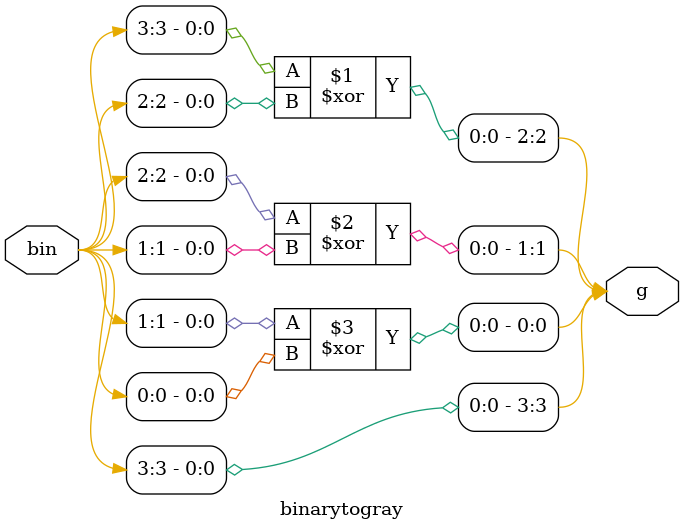
<source format=v>
`timescale 1ns / 1ps

// dataflow modeling //
module binarytogray(
input[3:0]bin,
output[3:0]g
);
assign g[3]=bin[3];
assign g[2]=bin[3]^bin[2];
assign g[1]=bin[2]^bin[1];
assign g[0]=bin[1]^bin[0];
endmodule

</source>
